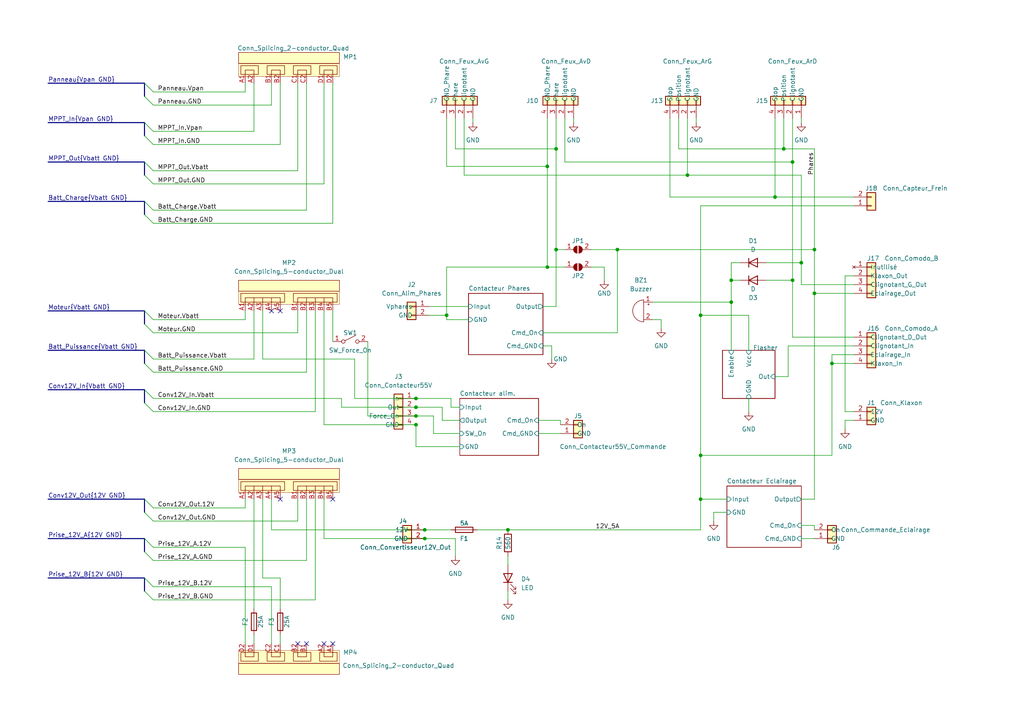
<source format=kicad_sch>
(kicad_sch (version 20211123) (generator eeschema)
  (paper "A4")
  (title_block (title "Boitier électrique vhéliotech") (date "2025-04-09") (rev "Beta 0.2") (company "Vélo solaire pour tous") (comment 1 "Licence CERN-OHL-S version 2"))
  (lib_symbols
    (symbol "Conn_Feux_Arriere_1" (pin_names (offset 1.016))
      (property "Reference" "J" (at 0 5.08 0))
      (property "Value" "Conn_Feux_Arriere_1" (at 0 -7.62 0))
      (symbol "Conn_Feux_Arriere_1_1_1"
        (rectangle (start -1.27 -4.953) (end 0 -5.207) (stroke (width 0.1524)))
        (rectangle (start -1.27 -2.413) (end 0 -2.667) (stroke (width 0.1524)))
        (rectangle (start -1.27 0.127) (end 0 -0.127) (stroke (width 0.1524)))
        (rectangle (start -1.27 2.667) (end 0 2.413) (stroke (width 0.1524)))
        (rectangle (start -1.27 3.81) (end 1.27 -6.35) (stroke (width 0.254)) (fill (type background)))
        (pin power_in line (at -5.08 2.54 0) (length 3.81) (name "GND") (number "1"))
        (pin passive line (at -5.08 0 0) (length 3.81) (name "Clignotant") (number "2"))
        (pin passive line (at -5.08 -2.54 0) (length 3.81) (name "Position") (number "3"))
        (pin passive line (at -5.08 -5.08 0) (length 3.81) (name "Stop") (number "4"))
      )
    )
    (symbol "Connector_Generic:Conn_01x02" (pin_names (offset 1.016) hide)
      (property "Reference" "J" (at 0 2.54 0))
      (property "Value" "Conn_01x02" (at 0 -5.08 0))
      (symbol "Conn_01x02_1_1"
        (rectangle (start -1.27 -2.413) (end 0 -2.667) (stroke (width 0.1524)))
        (rectangle (start -1.27 0.127) (end 0 -0.127) (stroke (width 0.1524)))
        (rectangle (start -1.27 1.27) (end 1.27 -3.81) (stroke (width 0.254)) (fill (type background)))
        (pin passive line (at -5.08 0 0) (length 3.81) (name "Pin_1") (number "1"))
        (pin passive line (at -5.08 -2.54 0) (length 3.81) (name "Pin_2") (number "2"))
      )
    )
    (symbol "Device:Buzzer" (pin_names (offset 0.0254) hide)
      (property "Reference" "BZ" (at 3.81 1.27 0))
      (property "Value" "Buzzer" (at 3.81 -1.27 0))
      (symbol "Buzzer_0_1"
        (arc (start 0 -3.175) (mid 3.175 0) (end 0 3.175))
        (polyline (pts (xy -1.651 1.905) (xy -1.143 1.905)))
        (polyline (pts (xy -1.397 2.159) (xy -1.397 1.651)))
        (polyline (pts (xy 0 3.175) (xy 0 -3.175)))
      )
      (symbol "Buzzer_1_1"
        (pin passive line (at -2.54 2.54 0) (length 2.54) (name "-") (number "1"))
        (pin passive line (at -2.54 -2.54 0) (length 2.54) (name "+") (number "2"))
      )
    )
    (symbol "Device:D" (pin_numbers hide) (pin_names (offset 1.016) hide)
      (property "Reference" "D" (at 0 2.54 0))
      (property "Value" "D" (at 0 -2.54 0))
      (symbol "D_0_1"
        (polyline (pts (xy -1.27 1.27) (xy -1.27 -1.27)) (stroke (width 0.254)))
        (polyline (pts (xy 1.27 0) (xy -1.27 0)))
        (polyline (pts (xy 1.27 1.27) (xy 1.27 -1.27) (xy -1.27 0) (xy 1.27 1.27)) (stroke (width 0.254)))
      )
      (symbol "D_1_1"
        (pin passive line (at -3.81 0 0) (length 2.54) (name "K") (number "1"))
        (pin passive line (at 3.81 0 180) (length 2.54) (name "A") (number "2"))
      )
    )
    (symbol "Device:LED" (pin_numbers hide) (pin_names (offset 1.016) hide)
      (property "Reference" "D" (at 0 2.54 0))
      (property "Value" "LED" (at 0 -2.54 0))
      (symbol "LED_0_1"
        (polyline (pts (xy -1.27 -1.27) (xy -1.27 1.27)) (stroke (width 0.254)))
        (polyline (pts (xy -1.27 0) (xy 1.27 0)))
        (polyline (pts (xy 1.27 -1.27) (xy 1.27 1.27) (xy -1.27 0) (xy 1.27 -1.27)) (stroke (width 0.254)))
        (polyline (pts (xy -3.048 -0.762) (xy -4.572 -2.286) (xy -3.81 -2.286) (xy -4.572 -2.286) (xy -4.572 -1.524)))
        (polyline (pts (xy -1.778 -0.762) (xy -3.302 -2.286) (xy -2.54 -2.286) (xy -3.302 -2.286) (xy -3.302 -1.524)))
      )
      (symbol "LED_1_1"
        (pin passive line (at -3.81 0 0) (length 2.54) (name "K") (number "1"))
        (pin passive line (at 3.81 0 180) (length 2.54) (name "A") (number "2"))
      )
    )
    (symbol "Device:R" (pin_numbers hide) (pin_names (offset 0))
      (property "Reference" "R" (at 2.032 0 90))
      (property "Value" "R" (at 0 0 90))
      (symbol "R_0_1"
        (rectangle (start -1.016 -2.54) (end 1.016 2.54) (stroke (width 0.254)))
      )
      (symbol "R_1_1"
        (pin passive line (at 0 3.81 270) (length 1.27) (name "~") (number "1"))
        (pin passive line (at 0 -3.81 90) (length 1.27) (name "~") (number "2"))
      )
    )
    (symbol "Jumper:SolderJumper_2_Open" (pin_names (offset 0) hide)
      (property "Reference" "JP" (at 0 2.032 0))
      (property "Value" "SolderJumper_2_Open" (at 0 -2.54 0))
      (symbol "SolderJumper_2_Open_0_1"
        (arc (start -0.254 1.016) (mid -1.27 0) (end -0.254 -1.016))
        (arc (start -0.254 1.016) (mid -1.27 0) (end -0.254 -1.016) (fill (type outline)))
        (polyline (pts (xy -0.254 1.016) (xy -0.254 -1.016)))
        (polyline (pts (xy 0.254 1.016) (xy 0.254 -1.016)))
        (arc (start 0.254 -1.016) (mid 1.27 0) (end 0.254 1.016))
        (arc (start 0.254 -1.016) (mid 1.27 0) (end 0.254 1.016) (fill (type outline)))
      )
      (symbol "SolderJumper_2_Open_1_1"
        (pin passive line (at -3.81 0 0) (length 2.54) (name "A") (number "1"))
        (pin passive line (at 3.81 0 180) (length 2.54) (name "B") (number "2"))
      )
    )
    (symbol "Switch:SW_SPST" (pin_names (offset 0) hide)
      (property "Reference" "SW" (at 0 3.175 0))
      (property "Value" "SW_SPST" (at 0 -2.54 0))
      (symbol "SW_SPST_0_0"
        (circle (center -2.032 0) (radius 0.508))
        (polyline (pts (xy -1.524 0.254) (xy 1.524 1.778)))
        (circle (center 2.032 0) (radius 0.508))
      )
      (symbol "SW_SPST_1_1"
        (pin passive line (at -5.08 0 0) (length 2.54) (name "A") (number "1"))
        (pin passive line (at 5.08 0 180) (length 2.54) (name "B") (number "2"))
      )
    )
    (symbol "circuit:Conn_Alim_Phares" (pin_names (offset 1.016))
      (property "Reference" "J" (at 0 2.54 0))
      (property "Value" "Conn_Alim_Phares" (at 0 -5.08 0))
      (symbol "Conn_Alim_Phares_1_1"
        (rectangle (start -1.27 -2.413) (end 0 -2.667) (stroke (width 0.1524)))
        (rectangle (start -1.27 0.127) (end 0 -0.127) (stroke (width 0.1524)))
        (rectangle (start -1.27 1.27) (end 1.27 -3.81) (stroke (width 0.254)) (fill (type background)))
        (pin power_out line (at -5.08 0 0) (length 3.81) (name "Vphares") (number "1"))
        (pin power_out line (at -5.08 -2.54 0) (length 3.81) (name "GND") (number "2"))
      )
    )
    (symbol "circuit:Conn_Commande_Eclairage" (pin_names (offset 1.016))
      (property "Reference" "J" (at 0 2.54 0))
      (property "Value" "Conn_Commande_Eclairage" (at 0 -5.08 0))
      (symbol "Conn_Commande_Eclairage_1_1"
        (rectangle (start -1.27 -2.413) (end 0 -2.667) (stroke (width 0.1524)))
        (rectangle (start -1.27 0.127) (end 0 -0.127) (stroke (width 0.1524)))
        (rectangle (start -1.27 1.27) (end 1.27 -3.81) (stroke (width 0.254)) (fill (type background)))
        (pin power_in line (at -5.08 0 0) (length 3.81) (name "GND") (number "1"))
        (pin passive line (at -5.08 -2.54 0) (length 3.81) (name "On") (number "2"))
      )
    )
    (symbol "circuit:Conn_Comodo_A" (pin_names (offset 1.016))
      (property "Reference" "J" (at 0 5.08 0))
      (property "Value" "Conn_Comodo_A" (at 0 -7.62 0))
      (symbol "Conn_Comodo_A_1_1"
        (rectangle (start -1.27 -4.953) (end 0 -5.207) (stroke (width 0.1524)))
        (rectangle (start -1.27 -2.413) (end 0 -2.667) (stroke (width 0.1524)))
        (rectangle (start -1.27 0.127) (end 0 -0.127) (stroke (width 0.1524)))
        (rectangle (start -1.27 2.667) (end 0 2.413) (stroke (width 0.1524)))
        (rectangle (start -1.27 3.81) (end 1.27 -6.35) (stroke (width 0.254)) (fill (type background)))
        (pin passive line (at -5.08 -5.08 0) (length 3.81) (name "Clignotant_D_Out") (number "1"))
        (pin passive line (at -5.08 -2.54 0) (length 3.81) (name "Clignotant_In") (number "2"))
        (pin passive line (at -5.08 0 0) (length 3.81) (name "Eclairage_In") (number "3"))
        (pin passive line (at -5.08 2.54 0) (length 3.81) (name "Klaxon_In") (number "4"))
      )
    )
    (symbol "circuit:Conn_Comodo_B" (pin_names (offset 1.016))
      (property "Reference" "J" (at 0 5.08 0))
      (property "Value" "Conn_Comodo_B" (at 0 -7.62 0))
      (symbol "Conn_Comodo_B_1_1"
        (rectangle (start -1.27 -4.953) (end 0 -5.207) (stroke (width 0.1524)))
        (rectangle (start -1.27 -2.413) (end 0 -2.667) (stroke (width 0.1524)))
        (rectangle (start -1.27 0.127) (end 0 -0.127) (stroke (width 0.1524)))
        (rectangle (start -1.27 2.667) (end 0 2.413) (stroke (width 0.1524)))
        (rectangle (start -1.27 3.81) (end 1.27 -6.35) (stroke (width 0.254)) (fill (type background)))
        (pin no_connect line (at -5.08 -5.08 0) (length 3.81) (name "Inutilisé") (number "1"))
        (pin passive line (at -5.08 -2.54 0) (length 3.81) (name "Klaxon_Out") (number "2"))
        (pin passive line (at -5.08 0 0) (length 3.81) (name "Clignotant_G_Out") (number "3"))
        (pin passive line (at -5.08 2.54 0) (length 3.81) (name "Eclairage_Out") (number "4"))
      )
    )
    (symbol "circuit:Conn_Contacteur55V" (pin_names (offset 1.016))
      (property "Reference" "J" (at 0 5.08 0))
      (property "Value" "Conn_Contacteur55V" (at 0 -7.62 0))
      (symbol "Conn_Contacteur55V_1_1"
        (rectangle (start -1.27 -4.953) (end 0 -5.207) (stroke (width 0.1524)))
        (rectangle (start -1.27 -2.413) (end 0 -2.667) (stroke (width 0.1524)))
        (rectangle (start -1.27 0.127) (end 0 -0.127) (stroke (width 0.1524)))
        (rectangle (start -1.27 2.667) (end 0 2.413) (stroke (width 0.1524)))
        (rectangle (start -1.27 3.81) (end 1.27 -6.35) (stroke (width 0.254)) (fill (type background)))
        (pin power_in line (at -5.08 2.54 0) (length 3.81) (name "In") (number "1"))
        (pin power_in line (at -5.08 0 0) (length 3.81) (name "Out") (number "2"))
        (pin passive line (at -5.08 -2.54 0) (length 3.81) (name "Force_On") (number "3"))
        (pin power_in line (at -5.08 -5.08 0) (length 3.81) (name "GND") (number "4"))
      )
    )
    (symbol "circuit:Conn_Contacteur55V_Commande" (pin_names (offset 1.016))
      (property "Reference" "J" (at 0 2.54 0))
      (property "Value" "Conn_Contacteur55V_Commande" (at 0 -5.08 0))
      (symbol "Conn_Contacteur55V_Commande_1_1"
        (rectangle (start -1.27 -2.413) (end 0 -2.667) (stroke (width 0.1524)))
        (rectangle (start -1.27 0.127) (end 0 -0.127) (stroke (width 0.1524)))
        (rectangle (start -1.27 1.27) (end 1.27 -3.81) (stroke (width 0.254)) (fill (type background)))
        (pin power_in line (at -5.08 0 0) (length 3.81) (name "GND") (number "1"))
        (pin passive line (at -5.08 -2.54 0) (length 3.81) (name "On") (number "2"))
      )
    )
    (symbol "circuit:Conn_Convertisseur12V_Out" (pin_names (offset 1.016))
      (property "Reference" "J" (at 0 2.54 0))
      (property "Value" "Conn_Convertisseur12V_Out" (at 0 -5.08 0))
      (symbol "Conn_Convertisseur12V_Out_1_1"
        (rectangle (start -1.27 -2.413) (end 0 -2.667) (stroke (width 0.1524)))
        (rectangle (start -1.27 0.127) (end 0 -0.127) (stroke (width 0.1524)))
        (rectangle (start -1.27 1.27) (end 1.27 -3.81) (stroke (width 0.254)) (fill (type background)))
        (pin power_out line (at -5.08 0 0) (length 3.81) (name "12V") (number "1"))
        (pin power_out line (at -5.08 -2.54 0) (length 3.81) (name "GND") (number "2"))
      )
    )
    (symbol "circuit:Conn_Feux_Arriere" (pin_names (offset 1.016))
      (property "Reference" "J" (at 0 5.08 0))
      (property "Value" "Conn_Feux_Arriere" (at 0 -7.62 0))
      (symbol "Conn_Feux_Arriere_1_1"
        (rectangle (start -1.27 -4.953) (end 0 -5.207) (stroke (width 0.1524)))
        (rectangle (start -1.27 -2.413) (end 0 -2.667) (stroke (width 0.1524)))
        (rectangle (start -1.27 0.127) (end 0 -0.127) (stroke (width 0.1524)))
        (rectangle (start -1.27 2.667) (end 0 2.413) (stroke (width 0.1524)))
        (rectangle (start -1.27 3.81) (end 1.27 -6.35) (stroke (width 0.254)) (fill (type background)))
        (pin power_in line (at -5.08 2.54 0) (length 3.81) (name "GND") (number "1"))
        (pin passive line (at -5.08 0 0) (length 3.81) (name "Clignotant") (number "2"))
        (pin passive line (at -5.08 -2.54 0) (length 3.81) (name "Position") (number "3"))
        (pin passive line (at -5.08 -5.08 0) (length 3.81) (name "Stop") (number "4"))
      )
    )
    (symbol "circuit:Conn_Feux_Avant" (pin_names (offset 1.016))
      (property "Reference" "J" (at 0 5.08 0))
      (property "Value" "Conn_Feux_Avant" (at 0 -7.62 0))
      (symbol "Conn_Feux_Avant_1_1"
        (rectangle (start -1.27 -4.953) (end 0 -5.207) (stroke (width 0.1524)))
        (rectangle (start -1.27 -2.413) (end 0 -2.667) (stroke (width 0.1524)))
        (rectangle (start -1.27 0.127) (end 0 -0.127) (stroke (width 0.1524)))
        (rectangle (start -1.27 2.667) (end 0 2.413) (stroke (width 0.1524)))
        (rectangle (start -1.27 3.81) (end 1.27 -6.35) (stroke (width 0.254)) (fill (type background)))
        (pin power_in line (at -5.08 2.54 0) (length 3.81) (name "GND") (number "1"))
        (pin passive line (at -5.08 0 0) (length 3.81) (name "Clignotant") (number "2"))
        (pin passive line (at -5.08 -2.54 0) (length 3.81) (name "Phare") (number "3"))
        (pin power_in line (at -5.08 -5.08 0) (length 3.81) (name "GND_Phare") (number "4"))
      )
    )
    (symbol "circuit:Conn_Klaxon" (pin_names (offset 1.016))
      (property "Reference" "J" (at 0 2.54 0))
      (property "Value" "Conn_Klaxon" (at 0 -5.08 0))
      (symbol "Conn_Klaxon_1_1"
        (rectangle (start -1.27 -2.413) (end 0 -2.667) (stroke (width 0.1524)))
        (rectangle (start -1.27 0.127) (end 0 -0.127) (stroke (width 0.1524)))
        (rectangle (start -1.27 1.27) (end 1.27 -3.81) (stroke (width 0.254)) (fill (type background)))
        (pin power_in line (at -5.08 0 0) (length 3.81) (name "GND") (number "1"))
        (pin passive line (at -5.08 -2.54 0) (length 3.81) (name "12V") (number "2"))
      )
    )
    (symbol "circuit:Conn_Splicing_2-conductor_Quad"
      (property "Reference" "MP" (at 0.635 11.43 0))
      (property "Value" "Conn_Splicing_2-conductor_Quad" (at 1.27 -21.59 0))
      (symbol "Conn_Splicing_2-conductor_Quad_0_1"
        (rectangle (start -3.175 9.525) (end 0.635 -19.685) (stroke (width 0.01)) (fill (type background)))
        (rectangle (start -2.54 -13.97) (end 0 -19.05))
        (rectangle (start -2.54 -6.35) (end 0 -11.43))
        (rectangle (start -2.54 1.27) (end 0 -3.81))
        (rectangle (start -2.54 8.89) (end 0 3.81))
        (polyline (pts (xy -2.54 -15.24) (xy -1.27 -15.24) (xy -1.27 -17.78) (xy -2.54 -17.78)))
        (polyline (pts (xy -2.54 -7.62) (xy -1.27 -7.62) (xy -1.27 -10.16) (xy -2.54 -10.16)))
        (polyline (pts (xy -2.54 0) (xy -1.27 0) (xy -1.27 -2.54) (xy -2.54 -2.54)))
        (polyline (pts (xy -2.54 7.62) (xy -1.27 7.62) (xy -1.27 5.08) (xy -2.54 5.08)))
        (rectangle (start 0.635 9.525) (end 3.81 -19.685) (fill (type background)))
      )
      (symbol "Conn_Splicing_2-conductor_Quad_1_1"
        (pin passive line (at -5.08 7.62 0) (length 2.54) (name "") (number "A1"))
        (pin passive line (at -5.08 5.08 0) (length 2.54) (name "") (number "A2"))
        (pin passive line (at -5.08 0 0) (length 2.54) (name "") (number "B1"))
        (pin passive line (at -5.08 -2.54 0) (length 2.54) (name "") (number "B2"))
        (pin passive line (at -5.08 -7.62 0) (length 2.54) (name "") (number "C1"))
        (pin passive line (at -5.08 -10.16 0) (length 2.54) (name "") (number "C2"))
        (pin passive line (at -5.08 -15.24 0) (length 2.54) (name "") (number "D1"))
        (pin passive line (at -5.08 -17.78 0) (length 2.54) (name "") (number "D2"))
      )
    )
    (symbol "circuit:Conn_Splicing_5-conductor_Dual"
      (property "Reference" "MP" (at 0.635 11.43 0))
      (property "Value" "Conn_Splicing_5-conductor_Dual" (at 1.27 -21.59 0))
      (symbol "Conn_Splicing_5-conductor_Dual_0_1"
        (rectangle (start -3.175 9.525) (end 0.635 -19.685) (stroke (width 0.01)) (fill (type background)))
        (rectangle (start -2.54 -6.35) (end 0 -19.05))
        (rectangle (start -2.54 8.89) (end 0 -3.81))
        (polyline (pts (xy -1.27 -15.24) (xy -2.54 -15.24)))
        (polyline (pts (xy -1.27 -12.7) (xy -2.54 -12.7)))
        (polyline (pts (xy -1.27 -10.16) (xy -2.54 -10.16)))
        (polyline (pts (xy -1.27 0) (xy -2.54 0)))
        (polyline (pts (xy -1.27 2.54) (xy -2.54 2.54)))
        (polyline (pts (xy -1.27 5.08) (xy -2.54 5.08)))
        (polyline (pts (xy -2.54 -7.62) (xy -1.27 -7.62) (xy -1.27 -17.78) (xy -2.54 -17.78)))
        (polyline (pts (xy -2.54 7.62) (xy -1.27 7.62) (xy -1.27 -2.54) (xy -2.54 -2.54)))
        (rectangle (start 0.635 9.525) (end 3.81 -19.685) (fill (type background)))
      )
      (symbol "Conn_Splicing_5-conductor_Dual_1_1"
        (pin passive line (at -5.08 7.62 0) (length 2.54) (name "") (number "A1"))
        (pin passive line (at -5.08 5.08 0) (length 2.54) (name "") (number "A2"))
        (pin passive line (at -5.08 2.54 0) (length 2.54) (name "") (number "A3"))
        (pin passive line (at -5.08 0 0) (length 2.54) (name "") (number "A4"))
        (pin passive line (at -5.08 -2.54 0) (length 2.54) (name "") (number "A5"))
        (pin passive line (at -5.08 -7.62 0) (length 2.54) (name "") (number "B1"))
        (pin passive line (at -5.08 -10.16 0) (length 2.54) (name "") (number "B2"))
        (pin passive line (at -5.08 -12.7 0) (length 2.54) (name "") (number "B3"))
        (pin passive line (at -5.08 -15.24 0) (length 2.54) (name "") (number "B4"))
        (pin passive line (at -5.08 -17.78 0) (length 2.54) (name "") (number "B5"))
      )
    )
    (symbol "circuit:Fuse" (pin_numbers hide) (pin_names (offset 0))
      (property "Reference" "F" (at 2.032 0 90))
      (property "Value" "Fuse" (at -1.905 0 90))
      (symbol "Fuse_0_1"
        (rectangle (start -0.762 -2.54) (end 0.762 2.54) (stroke (width 0.254)))
        (polyline (pts (xy 0 2.54) (xy 0 -2.54)))
      )
      (symbol "Fuse_1_1"
        (pin passive line (at 0 3.81 270) (length 1.27) (name "~") (number "1"))
        (pin passive line (at 0 -3.81 90) (length 1.27) (name "~") (number "2"))
      )
    )
    (symbol "power:GND" (power) (pin_names (offset 0))
      (property "Value" "GND" (at 0 -3.81 0))
      (symbol "GND_0_1"
        (polyline (pts (xy 0 0) (xy 0 -1.27) (xy 1.27 -1.27) (xy 0 -2.54) (xy -1.27 -1.27) (xy 0 -1.27)))
      )
      (symbol "GND_1_1"
        (pin power_in line (at 0 0 270) (length 0) hide (name "GND") (number "1"))
      )
    )
  )
  (junction (at 203.2 132.08))
  (junction (at 123.19 156.21))
  (junction (at 179.07 72.39))
  (junction (at 199.39 50.8))
  (junction (at 161.29 43.18))
  (junction (at 224.79 57.15))
  (junction (at 120.65 123.19))
  (junction (at 120.65 115.57))
  (junction (at 229.87 81.28))
  (junction (at 203.2 91.44))
  (junction (at 227.33 43.18))
  (junction (at 161.29 72.39))
  (junction (at 229.87 46.99))
  (junction (at 120.65 120.65))
  (junction (at 212.09 81.28))
  (junction (at 120.65 118.11))
  (junction (at 241.3 105.41))
  (junction (at 236.22 72.39))
  (junction (at 158.75 48.26))
  (junction (at 212.09 87.63))
  (junction (at 147.32 153.67))
  (junction (at 123.19 153.67))
  (junction (at 129.54 91.44))
  (junction (at 236.22 85.09))
  (junction (at 203.2 144.78))
  (junction (at 232.41 76.2))
  (junction (at 158.75 77.47))
  (no_connect (at 96.52 186.69))
  (no_connect (at 96.52 144.78))
  (no_connect (at 78.74 90.17))
  (no_connect (at 88.9 186.69))
  (no_connect (at 93.98 186.69))
  (no_connect (at 86.36 186.69))
  (no_connect (at 81.28 144.78))
  (no_connect (at 81.28 90.17))
  (bus_entry (at 41.91 35.56) (size 2.54 2.54))
  (bus_entry (at 41.91 105.41) (size 2.54 2.54))
  (bus_entry (at 41.91 144.78) (size 2.54 2.54))
  (bus_entry (at 41.91 58.42) (size 2.54 2.54))
  (bus_entry (at 41.91 116.84) (size 2.54 2.54))
  (bus_entry (at 41.91 62.23) (size 2.54 2.54))
  (bus_entry (at 41.91 24.13) (size 2.54 2.54))
  (bus_entry (at 41.91 50.8) (size 2.54 2.54))
  (bus_entry (at 41.91 167.64) (size 2.54 2.54))
  (bus_entry (at 41.91 46.99) (size 2.54 2.54))
  (bus_entry (at 41.91 156.21) (size 2.54 2.54))
  (bus_entry (at 41.91 93.98) (size 2.54 2.54))
  (bus_entry (at 41.91 113.03) (size 2.54 2.54))
  (bus_entry (at 41.91 171.45) (size 2.54 2.54))
  (bus_entry (at 41.91 90.17) (size 2.54 2.54))
  (bus_entry (at 41.91 148.59) (size 2.54 2.54))
  (bus_entry (at 41.91 27.94) (size 2.54 2.54))
  (bus_entry (at 41.91 160.02) (size 2.54 2.54))
  (bus_entry (at 41.91 101.6) (size 2.54 2.54))
  (bus_entry (at 41.91 39.37) (size 2.54 2.54))
  (wire (pts (xy 125.73 125.73) (xy 125.73 120.65)))
  (wire (pts (xy 217.17 115.57) (xy 217.17 119.38)))
  (wire (pts (xy 71.12 147.32) (xy 71.12 144.78)))
  (wire (pts (xy 203.2 144.78) (xy 203.2 153.67)))
  (wire (pts (xy 212.09 87.63) (xy 212.09 101.6)))
  (wire (pts (xy 161.29 72.39) (xy 161.29 88.9)))
  (wire (pts (xy 247.65 121.92) (xy 245.11 121.92)))
  (bus (pts (xy 41.91 35.56) (xy 41.91 39.37)))
  (wire (pts (xy 124.46 88.9) (xy 135.89 88.9)))
  (wire (pts (xy 130.81 115.57) (xy 120.65 115.57)))
  (wire (pts (xy 203.2 144.78) (xy 210.82 144.78)))
  (wire (pts (xy 88.9 162.56) (xy 88.9 144.78)))
  (wire (pts (xy 129.54 34.29) (xy 129.54 48.26)))
  (wire (pts (xy 228.6 100.33) (xy 228.6 109.22)))
  (wire (pts (xy 222.25 76.2) (xy 232.41 76.2)))
  (wire (pts (xy 161.29 43.18) (xy 132.08 43.18)))
  (wire (pts (xy 212.09 81.28) (xy 212.09 87.63)))
  (bus (pts (xy 13.97 24.13) (xy 41.91 24.13)))
  (wire (pts (xy 232.41 156.21) (xy 236.22 156.21)))
  (wire (pts (xy 44.45 162.56) (xy 88.9 162.56)))
  (wire (pts (xy 125.73 120.65) (xy 120.65 120.65)))
  (bus (pts (xy 41.91 144.78) (xy 41.91 148.59)))
  (wire (pts (xy 44.45 158.75) (xy 71.12 158.75)))
  (wire (pts (xy 227.33 34.29) (xy 227.33 43.18)))
  (wire (pts (xy 44.45 170.18) (xy 78.74 170.18)))
  (wire (pts (xy 93.98 90.17) (xy 93.98 123.19)))
  (wire (pts (xy 76.2 104.14) (xy 102.87 104.14)))
  (wire (pts (xy 199.39 34.29) (xy 199.39 50.8)))
  (wire (pts (xy 147.32 171.45) (xy 147.32 173.99)))
  (wire (pts (xy 88.9 60.96) (xy 88.9 24.13)))
  (wire (pts (xy 129.54 92.71) (xy 135.89 92.71)))
  (wire (pts (xy 158.75 77.47) (xy 129.54 77.47)))
  (wire (pts (xy 229.87 46.99) (xy 163.83 46.99)))
  (wire (pts (xy 120.65 123.19) (xy 93.98 123.19)))
  (wire (pts (xy 161.29 72.39) (xy 163.83 72.39)))
  (wire (pts (xy 44.45 147.32) (xy 71.12 147.32)))
  (wire (pts (xy 73.66 144.78) (xy 73.66 176.53)))
  (wire (pts (xy 81.28 167.64) (xy 81.28 176.53)))
  (wire (pts (xy 44.45 30.48) (xy 78.74 30.48)))
  (wire (pts (xy 137.16 34.29) (xy 137.16 35.56)))
  (wire (pts (xy 161.29 34.29) (xy 161.29 43.18)))
  (wire (pts (xy 241.3 105.41) (xy 241.3 102.87)))
  (wire (pts (xy 44.45 26.67) (xy 71.12 26.67)))
  (wire (pts (xy 133.35 125.73) (xy 125.73 125.73)))
  (wire (pts (xy 102.87 115.57) (xy 120.65 115.57)))
  (wire (pts (xy 179.07 72.39) (xy 236.22 72.39)))
  (wire (pts (xy 128.27 121.92) (xy 128.27 118.11)))
  (wire (pts (xy 96.52 90.17) (xy 96.52 99.06)))
  (wire (pts (xy 158.75 77.47) (xy 163.83 77.47)))
  (wire (pts (xy 147.32 153.67) (xy 203.2 153.67)))
  (wire (pts (xy 71.12 92.71) (xy 71.12 90.17)))
  (wire (pts (xy 161.29 43.18) (xy 161.29 72.39)))
  (wire (pts (xy 245.11 119.38) (xy 247.65 119.38)))
  (wire (pts (xy 86.36 96.52) (xy 86.36 90.17)))
  (wire (pts (xy 247.65 97.79) (xy 229.87 97.79)))
  (wire (pts (xy 91.44 173.99) (xy 91.44 144.78)))
  (bus (pts (xy 13.97 144.78) (xy 41.91 144.78)))
  (wire (pts (xy 102.87 104.14) (xy 102.87 115.57)))
  (wire (pts (xy 78.74 186.69) (xy 78.74 170.18)))
  (bus (pts (xy 13.97 156.21) (xy 41.91 156.21)))
  (wire (pts (xy 203.2 91.44) (xy 217.17 91.44)))
  (bus (pts (xy 13.97 58.42) (xy 41.91 58.42)))
  (bus (pts (xy 13.97 35.56) (xy 41.91 35.56)))
  (wire (pts (xy 245.11 80.01) (xy 245.11 119.38)))
  (wire (pts (xy 129.54 48.26) (xy 158.75 48.26)))
  (wire (pts (xy 73.66 184.15) (xy 73.66 186.69)))
  (wire (pts (xy 203.2 91.44) (xy 203.2 132.08)))
  (wire (pts (xy 224.79 57.15) (xy 224.79 34.29)))
  (wire (pts (xy 123.19 156.21) (xy 132.08 156.21)))
  (wire (pts (xy 157.48 100.33) (xy 160.02 100.33)))
  (wire (pts (xy 138.43 153.67) (xy 147.32 153.67)))
  (wire (pts (xy 191.77 95.25) (xy 191.77 92.71)))
  (wire (pts (xy 179.07 72.39) (xy 179.07 96.52)))
  (wire (pts (xy 201.93 34.29) (xy 201.93 35.56)))
  (wire (pts (xy 236.22 43.18) (xy 236.22 72.39)))
  (wire (pts (xy 156.21 125.73) (xy 162.56 125.73)))
  (wire (pts (xy 81.28 184.15) (xy 81.28 186.69)))
  (wire (pts (xy 241.3 105.41) (xy 241.3 132.08)))
  (wire (pts (xy 158.75 48.26) (xy 158.75 77.47)))
  (wire (pts (xy 76.2 90.17) (xy 76.2 104.14)))
  (wire (pts (xy 78.74 30.48) (xy 78.74 24.13)))
  (wire (pts (xy 212.09 76.2) (xy 212.09 81.28)))
  (wire (pts (xy 78.74 153.67) (xy 78.74 144.78)))
  (wire (pts (xy 44.45 53.34) (xy 93.98 53.34)))
  (wire (pts (xy 194.31 57.15) (xy 194.31 34.29)))
  (wire (pts (xy 207.01 151.13) (xy 207.01 148.59)))
  (wire (pts (xy 229.87 81.28) (xy 229.87 97.79)))
  (wire (pts (xy 228.6 100.33) (xy 247.65 100.33)))
  (wire (pts (xy 134.62 50.8) (xy 134.62 34.29)))
  (wire (pts (xy 245.11 80.01) (xy 247.65 80.01)))
  (wire (pts (xy 129.54 91.44) (xy 129.54 92.71)))
  (wire (pts (xy 222.25 81.28) (xy 229.87 81.28)))
  (bus (pts (xy 13.97 113.03) (xy 41.91 113.03)))
  (wire (pts (xy 133.35 129.54) (xy 120.65 129.54)))
  (bus (pts (xy 41.91 101.6) (xy 41.91 105.41)))
  (wire (pts (xy 157.48 96.52) (xy 179.07 96.52)))
  (wire (pts (xy 129.54 77.47) (xy 129.54 91.44)))
  (wire (pts (xy 133.35 121.92) (xy 128.27 121.92)))
  (bus (pts (xy 41.91 46.99) (xy 41.91 50.8)))
  (wire (pts (xy 88.9 107.95) (xy 88.9 90.17)))
  (wire (pts (xy 44.45 115.57) (xy 99.06 115.57)))
  (wire (pts (xy 236.22 152.4) (xy 232.41 152.4)))
  (wire (pts (xy 212.09 81.28) (xy 214.63 81.28)))
  (bus (pts (xy 41.91 24.13) (xy 41.91 27.94)))
  (wire (pts (xy 86.36 151.13) (xy 86.36 144.78)))
  (wire (pts (xy 44.45 107.95) (xy 88.9 107.95)))
  (wire (pts (xy 76.2 144.78) (xy 76.2 167.64)))
  (wire (pts (xy 232.41 76.2) (xy 232.41 82.55)))
  (wire (pts (xy 147.32 161.29) (xy 147.32 163.83)))
  (wire (pts (xy 203.2 59.69) (xy 247.65 59.69)))
  (wire (pts (xy 99.06 118.11) (xy 99.06 115.57)))
  (wire (pts (xy 189.23 87.63) (xy 212.09 87.63)))
  (wire (pts (xy 133.35 118.11) (xy 130.81 118.11)))
  (wire (pts (xy 106.68 99.06) (xy 106.68 120.65)))
  (wire (pts (xy 130.81 118.11) (xy 130.81 115.57)))
  (wire (pts (xy 86.36 49.53) (xy 86.36 24.13)))
  (wire (pts (xy 123.19 153.67) (xy 78.74 153.67)))
  (wire (pts (xy 44.45 41.91) (xy 81.28 41.91)))
  (wire (pts (xy 120.65 129.54) (xy 120.65 123.19)))
  (wire (pts (xy 196.85 34.29) (xy 196.85 43.18)))
  (wire (pts (xy 157.48 88.9) (xy 161.29 88.9)))
  (wire (pts (xy 93.98 156.21) (xy 93.98 144.78)))
  (wire (pts (xy 81.28 41.91) (xy 81.28 24.13)))
  (wire (pts (xy 236.22 153.67) (xy 236.22 152.4)))
  (wire (pts (xy 203.2 59.69) (xy 203.2 91.44)))
  (wire (pts (xy 214.63 76.2) (xy 212.09 76.2)))
  (bus (pts (xy 41.91 167.64) (xy 41.91 171.45)))
  (wire (pts (xy 44.45 119.38) (xy 91.44 119.38)))
  (wire (pts (xy 73.66 104.14) (xy 73.66 90.17)))
  (wire (pts (xy 44.45 64.77) (xy 96.52 64.77)))
  (wire (pts (xy 241.3 102.87) (xy 247.65 102.87)))
  (wire (pts (xy 171.45 72.39) (xy 179.07 72.39)))
  (wire (pts (xy 44.45 151.13) (xy 86.36 151.13)))
  (wire (pts (xy 199.39 50.8) (xy 134.62 50.8)))
  (wire (pts (xy 247.65 105.41) (xy 241.3 105.41)))
  (wire (pts (xy 44.45 49.53) (xy 86.36 49.53)))
  (wire (pts (xy 91.44 119.38) (xy 91.44 90.17)))
  (wire (pts (xy 132.08 156.21) (xy 132.08 161.29)))
  (wire (pts (xy 232.41 50.8) (xy 232.41 76.2)))
  (wire (pts (xy 245.11 121.92) (xy 245.11 124.46)))
  (wire (pts (xy 73.66 38.1) (xy 73.66 24.13)))
  (wire (pts (xy 224.79 57.15) (xy 194.31 57.15)))
  (wire (pts (xy 163.83 46.99) (xy 163.83 34.29)))
  (wire (pts (xy 44.45 92.71) (xy 71.12 92.71)))
  (wire (pts (xy 232.41 144.78) (xy 236.22 144.78)))
  (wire (pts (xy 71.12 26.67) (xy 71.12 24.13)))
  (wire (pts (xy 224.79 57.15) (xy 247.65 57.15)))
  (bus (pts (xy 13.97 167.64) (xy 41.91 167.64)))
  (wire (pts (xy 175.26 81.28) (xy 175.26 77.47)))
  (wire (pts (xy 236.22 85.09) (xy 247.65 85.09)))
  (wire (pts (xy 236.22 85.09) (xy 236.22 144.78)))
  (wire (pts (xy 171.45 77.47) (xy 175.26 77.47)))
  (wire (pts (xy 44.45 60.96) (xy 88.9 60.96)))
  (wire (pts (xy 44.45 96.52) (xy 86.36 96.52)))
  (wire (pts (xy 203.2 132.08) (xy 241.3 132.08)))
  (wire (pts (xy 106.68 120.65) (xy 120.65 120.65)))
  (bus (pts (xy 41.91 90.17) (xy 41.91 93.98)))
  (wire (pts (xy 236.22 72.39) (xy 236.22 85.09)))
  (wire (pts (xy 124.46 91.44) (xy 129.54 91.44)))
  (wire (pts (xy 158.75 48.26) (xy 158.75 34.29)))
  (wire (pts (xy 229.87 46.99) (xy 229.87 81.28)))
  (wire (pts (xy 44.45 173.99) (xy 91.44 173.99)))
  (wire (pts (xy 156.21 121.92) (xy 162.56 121.92)))
  (wire (pts (xy 96.52 64.77) (xy 96.52 24.13)))
  (bus (pts (xy 13.97 46.99) (xy 41.91 46.99)))
  (bus (pts (xy 13.97 101.6) (xy 41.91 101.6)))
  (wire (pts (xy 199.39 50.8) (xy 232.41 50.8)))
  (wire (pts (xy 99.06 118.11) (xy 120.65 118.11)))
  (bus (pts (xy 41.91 58.42) (xy 41.91 62.23)))
  (wire (pts (xy 203.2 132.08) (xy 203.2 144.78)))
  (wire (pts (xy 162.56 123.19) (xy 162.56 121.92)))
  (wire (pts (xy 229.87 34.29) (xy 229.87 46.99)))
  (wire (pts (xy 166.37 34.29) (xy 166.37 35.56)))
  (wire (pts (xy 44.45 104.14) (xy 73.66 104.14)))
  (bus (pts (xy 41.91 156.21) (xy 41.91 160.02)))
  (wire (pts (xy 224.79 109.22) (xy 228.6 109.22)))
  (wire (pts (xy 207.01 148.59) (xy 210.82 148.59)))
  (bus (pts (xy 13.97 90.17) (xy 41.91 90.17)))
  (wire (pts (xy 191.77 92.71) (xy 189.23 92.71)))
  (wire (pts (xy 232.41 82.55) (xy 247.65 82.55)))
  (wire (pts (xy 232.41 34.29) (xy 232.41 35.56)))
  (wire (pts (xy 44.45 38.1) (xy 73.66 38.1)))
  (wire (pts (xy 217.17 91.44) (xy 217.17 101.6)))
  (wire (pts (xy 196.85 43.18) (xy 227.33 43.18)))
  (wire (pts (xy 76.2 167.64) (xy 81.28 167.64)))
  (wire (pts (xy 123.19 156.21) (xy 93.98 156.21)))
  (wire (pts (xy 128.27 118.11) (xy 120.65 118.11)))
  (wire (pts (xy 227.33 43.18) (xy 236.22 43.18)))
  (bus (pts (xy 41.91 113.03) (xy 41.91 116.84)))
  (wire (pts (xy 71.12 186.69) (xy 71.12 158.75)))
  (wire (pts (xy 123.19 153.67) (xy 130.81 153.67)))
  (wire (pts (xy 132.08 43.18) (xy 132.08 34.29)))
  (wire (pts (xy 93.98 53.34) (xy 93.98 24.13)))
  (wire (pts (xy 160.02 100.33) (xy 160.02 104.14)))
  (label "Panneau.Vpan" (at 45.72 26.67 0))
  (label "Panneau.GND" (at 45.72 30.48 0))
  (label "Conv12V_In.Vbatt" (at 45.72 115.57 0))
  (label "Batt_Charge{Vbatt GND}" (at 13.97 58.42 0))
  (label "MPPT_Out{Vbatt GND}" (at 13.97 46.99 0))
  (label "Moteur.GND" (at 45.72 96.52 0))
  (label "Batt_Puissance.Vbatt" (at 45.72 104.14 0))
  (label "Panneau{Vpan GND}" (at 13.97 24.13 0))
  (label "Moteur.Vbatt" (at 45.72 92.71 0))
  (label "Phares" (at 236.22 50.8 90))
  (label "Conv12V_Out.GND" (at 45.72 151.13 0))
  (label "Batt_Charge.GND" (at 45.72 64.77 0))
  (label "Conv12V_Out{12V GND}" (at 13.97 144.78 0))
  (label "MPPT_In{Vpan GND}" (at 13.97 35.56 0))
  (label "Batt_Charge.Vbatt" (at 45.72 60.96 0))
  (label "Prise_12V_B{12V GND}" (at 13.97 167.64 0))
  (label "Conv12V_In{Vbatt GND}" (at 13.97 113.03 0))
  (label "Prise_12V_A.GND" (at 45.72 162.56 0))
  (label "MPPT_In.GND" (at 45.72 41.91 0))
  (label "12V_5A" (at 172.72 153.67 0))
  (label "Batt_Puissance.GND" (at 45.72 107.95 0))
  (label "Conv12V_In.GND" (at 45.72 119.38 0))
  (label "Batt_Puissance{Vbatt GND}" (at 13.97 101.6 0))
  (label "Prise_12V_A.12V" (at 45.72 158.75 0))
  (label "Moteur{Vbatt GND}" (at 13.97 90.17 0))
  (label "Prise_12V_A{12V GND}" (at 13.97 156.21 0))
  (label "Prise_12V_B.12V" (at 45.72 170.18 0))
  (label "MPPT_Out.GND" (at 45.72 53.34 0))
  (label "MPPT_Out.Vbatt" (at 45.72 49.53 0))
  (label "MPPT_In.Vpan" (at 45.72 38.1 0))
  (label "Conv12V_Out.12V" (at 45.72 147.32 0))
  (label "Prise_12V_B.GND" (at 45.72 173.99 0))
  (symbol (lib_id "power:GND") (at 245.11 124.46 0) (unit 1)
    (property "Reference" "#PWR0102" (effects hide))
    (property "Value" "GND" (at 245.11 129.54 0))
  )
  (symbol (lib_id "power:GND") (at 132.08 161.29 0) (unit 1)
    (property "Reference" "#PWR0107" (effects hide))
    (property "Value" "GND" (at 132.08 166.37 0))
  )
  (symbol (lib_id "circuit:Conn_Feux_Avant") (at 163.83 29.21 270) (mirror x) (unit 1)
    (property "Reference" "J10" (at 156.21 29.21 90) (effects (justify right)))
    (property "Value" "Conn_Feux_AvD" (at 171.45 17.78 90) (effects (justify right)))
    (property "Footprint" "circuit:TerminalBlock_Wago_2601-3104_1x04_P3.50mm_Vertical" (effects hide))
  )
  (symbol (lib_id "power:GND") (at 207.01 151.13 0) (unit 1)
    (property "Reference" "#PWR0108" (effects hide))
    (property "Value" "GND" (at 207.01 156.21 0))
  )
  (symbol (lib_id "circuit:Conn_Contacteur55V") (at 115.57 118.11 0) (mirror y) (unit 1)
    (property "Reference" "J3" (at 115.57 109.22 0))
    (property "Value" "Conn_Contacteur55V" (at 115.57 111.76 0))
    (property "Footprint" "circuit:TerminalBlock_Wago_2601-3104_1x04_P3.50mm_Vertical" (effects hide))
  )
  (symbol (lib_id "circuit:Fuse") (at 73.66 180.34 180) (unit 1) (on_board no)
    (property "Reference" "F2" (at 71.12 180.34 90))
    (property "Value" "25A" (at 75.565 180.34 90))
    (property "Footprint" "circuit:Littelfuse_FuseHolder_FL1_178.6764.0001" (effects hide))
  )
  (symbol (lib_id "Device:LED") (at 147.32 167.64 90) (unit 1)
    (property "Reference" "D4" (at 151.13 167.9574 90) (effects (justify right)))
    (property "Value" "LED" (at 151.13 170.4974 90) (effects (justify right)))
    (property "Footprint" "circuit:TerminalBlock_Wago_2601-3102_1x02_P3.50mm_Vertical" (effects hide))
  )
  (symbol (lib_id "circuit:Conn_Klaxon") (at 252.73 121.92 0) (mirror x) (unit 1)
    (property "Reference" "J1" (at 251.46 116.84 0) (effects (justify left)))
    (property "Value" "Conn_Klaxon" (at 255.27 116.84 0) (effects (justify left)))
    (property "Footprint" "circuit:TerminalBlock_Wago_2601-3102_1x02_P3.50mm_Vertical" (effects hide))
  )
  (symbol (lib_id "Device:D") (at 218.44 76.2 0) (unit 1)
    (property "Reference" "D1" (at 218.44 69.85 0))
    (property "Value" "D" (at 218.44 72.39 0))
    (property "Footprint" "Diode_THT:D_DO-35_SOD27_P7.62mm_Horizontal" (effects hide))
  )
  (symbol (lib_id "power:GND") (at 232.41 35.56 0) (unit 1)
    (property "Reference" "#PWR0103" (effects hide))
    (property "Value" "GND" (at 232.41 40.64 0))
  )
  (symbol (lib_id "circuit:Conn_Splicing_5-conductor_Dual") (at 78.74 85.09 90) (unit 1)
    (property "Reference" "MP2" (at 83.82 76.2 90))
    (property "Value" "Conn_Splicing_5-conductor_Dual" (at 83.82 78.74 90))
    (property "Footprint" "circuit:Wago_221-500_SplicingConnectorHolder" (effects hide))
  )
  (symbol (lib_id "Switch:SW_SPST") (at 101.6 99.06 0) (unit 1) (on_board no)
    (property "Reference" "SW1" (at 101.6 96.52 0))
    (property "Value" "SW_Force_On" (at 101.6 101.6 0))
  )
  (symbol (lib_name "Conn_Feux_Arriere_1") (lib_id "circuit:Conn_Feux_Arriere") (at 199.39 29.21 270) (mirror x) (unit 1)
    (property "Reference" "J13" (at 190.5 29.21 90))
    (property "Value" "Conn_Feux_ArG" (at 199.39 17.78 90))
    (property "Footprint" "circuit:TerminalBlock_Wago_2601-3104_1x04_P3.50mm_Vertical" (effects hide))
  )
  (symbol (lib_id "Device:Buzzer") (at 186.69 90.17 0) (mirror y) (unit 1)
    (property "Reference" "BZ1" (at 185.928 81.28 0))
    (property "Value" "Buzzer" (at 185.928 83.82 0))
    (property "Footprint" "circuit:Buzzer_25x16_12.5" (effects hide))
  )
  (symbol (lib_id "circuit:Conn_Convertisseur12V_Out") (at 118.11 153.67 0) (mirror y) (unit 1)
    (property "Reference" "J4" (at 118.11 151.13 0) (effects (justify left)))
    (property "Value" "Conn_Convertisseur12V_Out" (at 130.81 158.75 0) (effects (justify left)))
    (property "Footprint" "circuit:TerminalBlock_Wago_2601-3102_1x02_P3.50mm_Vertical" (effects hide))
  )
  (symbol (lib_id "circuit:Conn_Contacteur55V_Commande") (at 167.64 125.73 0) (mirror x) (unit 1)
    (property "Reference" "J5" (at 167.64 120.65 0))
    (property "Value" "Conn_Contacteur55V_Commande" (at 177.8 129.54 0))
    (property "Footprint" "circuit:TerminalBlock_Wago_2601-3102_1x02_P3.50mm_Vertical" (effects hide))
  )
  (symbol (lib_id "circuit:Conn_Splicing_2-conductor_Quad") (at 78.74 19.05 90) (unit 1)
    (property "Reference" "MP1" (at 101.6 16.51 90))
    (property "Value" "Conn_Splicing_2-conductor_Quad" (at 85.09 13.97 90))
    (property "Footprint" "circuit:Wago_221-500_SplicingConnectorHolder" (effects hide))
  )
  (symbol (lib_id "circuit:Conn_Comodo_A") (at 252.73 102.87 0) (mirror x) (unit 1)
    (property "Reference" "J16" (at 251.46 95.25 0) (effects (justify left)))
    (property "Value" "Conn_Comodo_A" (at 256.54 95.25 0) (effects (justify left)))
    (property "Footprint" "circuit:TerminalBlock_Wago_2601-3104_1x04_P3.50mm_Vertical" (effects hide))
  )
  (symbol (lib_id "circuit:Conn_Splicing_5-conductor_Dual") (at 78.74 139.7 90) (unit 1)
    (property "Reference" "MP3" (at 83.82 130.81 90))
    (property "Value" "Conn_Splicing_5-conductor_Dual" (at 83.82 133.35 90))
    (property "Footprint" "circuit:Wago_221-500_SplicingConnectorHolder" (effects hide))
  )
  (symbol (lib_id "power:GND") (at 191.77 95.25 0) (unit 1)
    (property "Reference" "#PWR01" (effects hide))
    (property "Value" "GND" (at 191.77 100.33 0))
  )
  (symbol (lib_id "Jumper:SolderJumper_2_Open") (at 167.64 77.47 0) (unit 1)
    (property "Reference" "JP2" (at 167.64 80.01 0))
    (property "Value" "SolderJumper_2_Open" (effects hide))
    (property "Footprint" "Jumper:SolderJumper-2_P1.3mm_Open_RoundedPad1.0x1.5mm" (effects hide))
  )
  (symbol (lib_id "circuit:Conn_Comodo_B") (at 252.73 82.55 0) (mirror x) (unit 1)
    (property "Reference" "J17" (at 251.46 74.93 0) (effects (justify left)))
    (property "Value" "Conn_Comodo_B" (at 256.54 74.93 0) (effects (justify left)))
    (property "Footprint" "circuit:TerminalBlock_Wago_2601-3104_1x04_P3.50mm_Vertical" (effects hide))
  )
  (symbol (lib_id "circuit:Fuse") (at 134.62 153.67 270) (unit 1)
    (property "Reference" "F1" (at 134.62 156.21 90))
    (property "Value" "5A" (at 134.62 151.765 90))
    (property "Footprint" "circuit:Generic_FuseHolder_MINI" (effects hide))
  )
  (symbol (lib_id "circuit:Fuse") (at 81.28 180.34 180) (unit 1) (on_board no)
    (property "Reference" "F3" (at 78.74 180.34 90))
    (property "Value" "25A" (at 83.185 180.34 90))
    (property "Footprint" "circuit:Littelfuse_FuseHolder_FL1_178.6764.0001" (effects hide))
  )
  (symbol (lib_id "power:GND") (at 201.93 35.56 0) (unit 1)
    (property "Reference" "#PWR0104" (effects hide))
    (property "Value" "GND" (at 201.93 40.64 0))
  )
  (symbol (lib_id "Device:R") (at 147.32 157.48 180) (unit 1)
    (property "Reference" "R14" (at 144.78 157.48 90))
    (property "Value" "560" (at 147.32 157.48 90))
    (property "Footprint" "Resistor_THT:R_Axial_DIN0207_L6.3mm_D2.5mm_P10.16mm_Horizontal" (effects hide))
  )
  (symbol (lib_id "power:GND") (at 160.02 104.14 0) (unit 1)
    (property "Reference" "#PWR02" (effects hide))
    (property "Value" "GND" (at 162.56 104.14 0))
  )
  (symbol (lib_id "Device:D") (at 218.44 81.28 0) (unit 1)
    (property "Reference" "D3" (at 218.44 86.36 0))
    (property "Value" "D" (at 218.44 83.82 0))
    (property "Footprint" "Diode_THT:D_DO-35_SOD27_P7.62mm_Horizontal" (effects hide))
  )
  (symbol (lib_id "circuit:Conn_Alim_Phares") (at 119.38 88.9 0) (mirror y) (unit 1)
    (property "Reference" "J2" (at 119.38 82.55 0))
    (property "Value" "Conn_Alim_Phares" (at 119.38 85.09 0))
    (property "Footprint" "circuit:TerminalBlock_Wago_2601-3102_1x02_P3.50mm_Vertical" (effects hide))
  )
  (symbol (lib_id "power:GND") (at 175.26 81.28 0) (unit 1)
    (property "Reference" "#PWR03" (effects hide))
    (property "Value" "GND" (at 175.26 85.09 0))
  )
  (symbol (lib_id "circuit:Conn_Feux_Arriere") (at 229.87 29.21 270) (mirror x) (unit 1)
    (property "Reference" "J15" (at 220.98 29.21 90))
    (property "Value" "Conn_Feux_ArD" (at 229.87 17.78 90))
    (property "Footprint" "circuit:TerminalBlock_Wago_2601-3104_1x04_P3.50mm_Vertical" (effects hide))
  )
  (symbol (lib_id "circuit:Conn_Feux_Avant") (at 134.62 29.21 270) (mirror x) (unit 1)
    (property "Reference" "J7" (at 125.73 29.21 90))
    (property "Value" "Conn_Feux_AvG" (at 134.62 17.78 90))
    (property "Footprint" "circuit:TerminalBlock_Wago_2601-3104_1x04_P3.50mm_Vertical" (effects hide))
  )
  (symbol (lib_id "power:GND") (at 166.37 35.56 0) (unit 1)
    (property "Reference" "#PWR0105" (effects hide))
    (property "Value" "GND" (at 166.37 40.64 0))
  )
  (symbol (lib_id "power:GND") (at 147.32 173.99 0) (unit 1)
    (property "Reference" "#PWR04" (effects hide))
    (property "Value" "GND" (at 147.32 179.07 0))
  )
  (symbol (lib_id "Connector_Generic:Conn_01x02") (at 252.73 59.69 0) (mirror x) (unit 1)
    (property "Reference" "J18" (at 252.73 54.61 0))
    (property "Value" "Conn_Capteur_Frein" (at 265.43 54.61 0))
    (property "Footprint" "circuit:TerminalBlock_Wago_2601-3102_1x02_P3.50mm_Vertical" (effects hide))
  )
  (symbol (lib_id "circuit:Conn_Commande_Eclairage") (at 241.3 156.21 0) (mirror x) (unit 1)
    (property "Reference" "J6" (at 241.3 158.75 0) (effects (justify left)))
    (property "Value" "Conn_Commande_Eclairage" (at 243.84 153.6701 0) (effects (justify left)))
    (property "Footprint" "circuit:TerminalBlock_Wago_2601-3102_1x02_P3.50mm_Vertical" (effects hide))
  )
  (symbol (lib_id "power:GND") (at 137.16 35.56 0) (unit 1)
    (property "Reference" "#PWR0106" (effects hide))
    (property "Value" "GND" (at 137.16 40.64 0))
  )
  (symbol (lib_id "Jumper:SolderJumper_2_Open") (at 167.64 72.39 0) (unit 1)
    (property "Reference" "JP1" (at 167.64 69.85 0))
    (property "Value" "SolderJumper_2_Open" (effects hide))
    (property "Footprint" "Jumper:SolderJumper-2_P1.3mm_Open_RoundedPad1.0x1.5mm" (effects hide))
  )
  (symbol (lib_id "circuit:Conn_Splicing_2-conductor_Quad") (at 88.9 191.77 270) (unit 1)
    (property "Reference" "MP4" (at 101.6 189.23 90))
    (property "Value" "Conn_Splicing_2-conductor_Quad" (at 115.57 193.04 90))
    (property "Footprint" "circuit:Wago_221-500_SplicingConnectorHolder" (effects hide))
  )
  (symbol (lib_id "power:GND") (at 217.17 119.38 0) (unit 1)
    (property "Reference" "#PWR0101" (effects hide))
    (property "Value" "GND" (at 217.17 124.46 0))
  )
  (sheet (at 133.35 115.57) (size 22.86 16.51) (stroke (width 0.1524))
    (property "Sheet name" "Contacteur alim." (at 133.35 114.8584 0) (effects (justify left bottom)))
    (property "Sheet file" "Contacteur_55V_10A.kicad_sch" (effects hide))
    (pin "Input" input (at 133.35 118.11 180))
    (pin "SW_On" input (at 133.35 125.73 180))
    (pin "GND" input (at 133.35 129.54 180))
    (pin "Output" output (at 133.35 121.92 180))
    (pin "Cmd_GND" input (at 156.21 125.73 0))
    (pin "Cmd_On" input (at 156.21 121.92 0))
  )
  (sheet (at 135.89 85.09) (size 21.59 17.78) (stroke (width 0.1524))
    (property "Sheet name" "Contacteur Phares" (at 135.89 84.3784 0) (effects (justify left bottom)))
    (property "Sheet file" "Contacteur_55V_6A.kicad_sch" (effects hide))
    (pin "Input" input (at 135.89 88.9 180))
    (pin "GND" input (at 135.89 92.71 180))
    (pin "Output" output (at 157.48 88.9 0))
    (pin "Cmd_On" input (at 157.48 96.52 0))
    (pin "Cmd_GND" input (at 157.48 100.33 0))
  )
  (sheet (at 209.55 101.6) (size 15.24 13.97) (stroke (width 0.1524))
    (property "Sheet name" "Flasher" (at 218.44 101.6 0) (effects (justify left bottom)))
    (property "Sheet file" "flasher.kicad_sch" (effects hide))
    (pin "Vcc" input (at 217.17 101.6 90))
    (pin "GND" input (at 217.17 115.57 270))
    (pin "Out" input (at 224.79 109.22 0))
    (pin "Enable" input (at 212.09 101.6 90))
  )
  (sheet (at 210.82 140.97) (size 21.59 17.78) (stroke (width 0.1524))
    (property "Sheet name" "Contacteur Eclairage" (at 210.82 140.2584 0) (effects (justify left bottom)))
    (property "Sheet file" "Contacteur_55V_6A.kicad_sch" (effects hide))
    (pin "Input" input (at 210.82 144.78 180))
    (pin "GND" input (at 210.82 148.59 180))
    (pin "Output" output (at 232.41 144.78 0))
    (pin "Cmd_On" input (at 232.41 152.4 0))
    (pin "Cmd_GND" input (at 232.41 156.21 0))
  )
)
</source>
